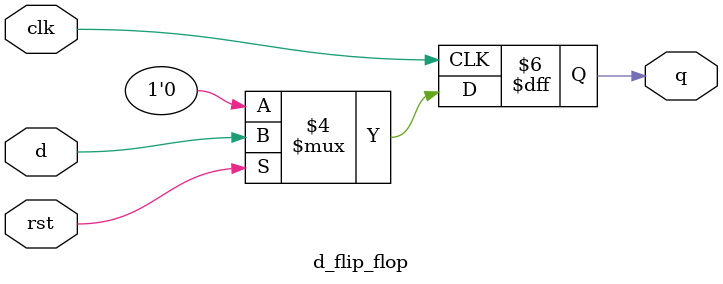
<source format=v>
module d_flip_flop(q, d, clk, rst);
    input d;
    input clk;
    input rst;
    output reg q;

    always @(posedge clk) begin
        if(!rst) q <= 0; // (<=) non-blocking operator; parallel execution of statements in a sequential block
        else q <= d;
    end
endmodule
</source>
